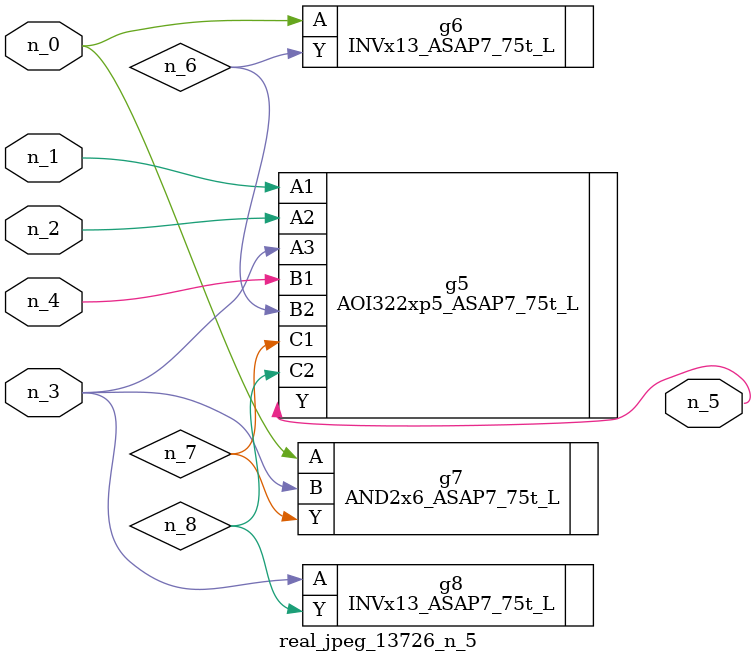
<source format=v>
module real_jpeg_13726_n_5 (n_4, n_0, n_1, n_2, n_3, n_5);

input n_4;
input n_0;
input n_1;
input n_2;
input n_3;

output n_5;

wire n_8;
wire n_6;
wire n_7;

INVx13_ASAP7_75t_L g6 ( 
.A(n_0),
.Y(n_6)
);

AND2x6_ASAP7_75t_L g7 ( 
.A(n_0),
.B(n_3),
.Y(n_7)
);

AOI322xp5_ASAP7_75t_L g5 ( 
.A1(n_1),
.A2(n_2),
.A3(n_3),
.B1(n_4),
.B2(n_6),
.C1(n_7),
.C2(n_8),
.Y(n_5)
);

INVx13_ASAP7_75t_L g8 ( 
.A(n_3),
.Y(n_8)
);


endmodule
</source>
